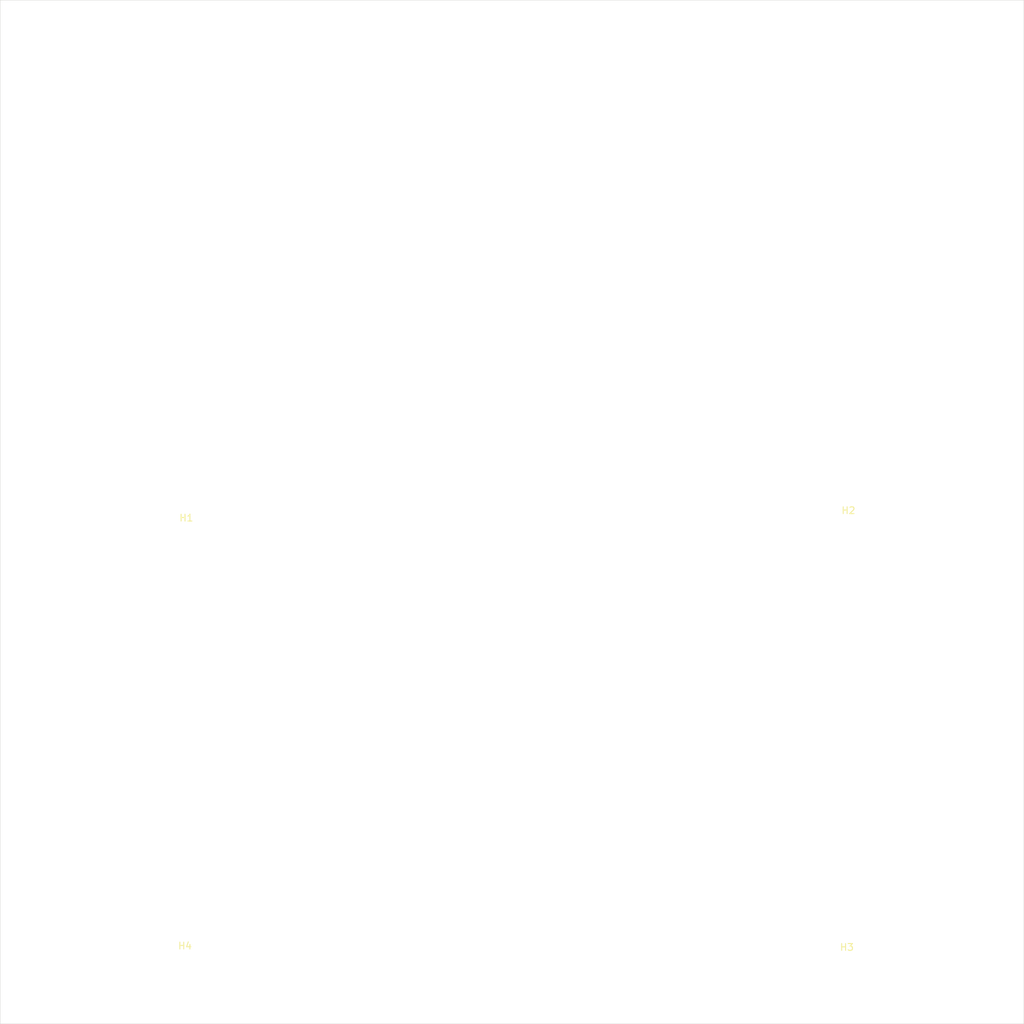
<source format=kicad_pcb>
(kicad_pcb (version 20240108) (generator "pcbnew") (generator_version "8.0")
  (layers (0 "F.Cu" signal) (31 "B.Cu" signal) (34 "B.Paste" user) (35 "F.Paste" user) (36 "B.SilkS" user "B.Silkscreen") (37 "F.SilkS" user "F.Silkscreen") (38 "B.Mask" user) (39 "F.Mask" user) (44 "Edge.Cuts" user))
  (net 0 "")
  (footprint "MountingHole:MountingHole_3.2mm_M3" (layer "F.Cu") (at 146.88 167.07)
    (property "Reference" "H3" (at 0 -4.2 0) (layer "F.SilkS"))
    (property "Value" "MountingHole")
    (pad "" np_thru_hole circle (at 0 0) (size 3.2 3.2) (drill 3.2) (layers "*.Cu" "*.Mask"))
  )
  (footprint "MountingHole:MountingHole_3.2mm_M3" (layer "F.Cu") (at 147.11 103.07)
    (property "Reference" "H2" (at 0 -4.2 0) (layer "F.SilkS"))
    (property "Value" "MountingHole")
    (pad "" np_thru_hole circle (at 0 0) (size 3.2 3.2) (drill 3.2) (layers "*.Cu" "*.Mask"))
  )
  (footprint "MountingHole:MountingHole_3.2mm_M3" (layer "F.Cu") (at 50.08 104.16)
    (property "Reference" "H1" (at 0 -4.2 0) (layer "F.SilkS"))
    (property "Value" "MountingHole")
    (pad "" np_thru_hole circle (at 0 0) (size 3.2 3.2) (drill 3.2) (layers "*.Cu" "*.Mask"))
  )
  (footprint "MountingHole:MountingHole_3.2mm_M3" (layer "F.Cu") (at 49.89 166.87)
    (property "Reference" "H4" (at 0 -4.2 0) (layer "F.SilkS"))
    (property "Value" "MountingHole")
    (pad "" np_thru_hole circle (at 0 0) (size 3.2 3.2) (drill 3.2) (layers "*.Cu" "*.Mask"))
  )
  (gr_rect (start 22.8 24.08) (end 172.82 174.1) (stroke (width 0.05)) (fill none) (layer "Edge.Cuts"))
)
</source>
